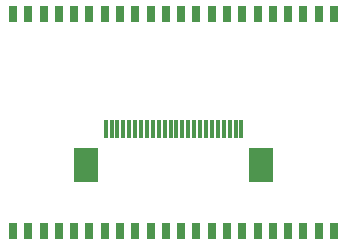
<source format=gts>
G04 #@! TF.GenerationSoftware,KiCad,Pcbnew,(6.0.1)*
G04 #@! TF.CreationDate,2022-03-04T19:07:32+03:00*
G04 #@! TF.ProjectId,EXT_M_V1.1,4558545f-4d5f-4563-912e-312e6b696361,rev?*
G04 #@! TF.SameCoordinates,Original*
G04 #@! TF.FileFunction,Soldermask,Top*
G04 #@! TF.FilePolarity,Negative*
%FSLAX46Y46*%
G04 Gerber Fmt 4.6, Leading zero omitted, Abs format (unit mm)*
G04 Created by KiCad (PCBNEW (6.0.1)) date 2022-03-04 19:07:32*
%MOMM*%
%LPD*%
G01*
G04 APERTURE LIST*
%ADD10R,0.800000X1.400000*%
%ADD11R,0.300000X1.500000*%
%ADD12R,2.000000X3.000000*%
G04 APERTURE END LIST*
D10*
G04 #@! TO.C,J2*
X170959917Y-104300000D03*
X172253641Y-104300000D03*
X173547415Y-104300000D03*
X174841139Y-104300000D03*
X176134913Y-104300000D03*
X177428637Y-104300000D03*
X178722411Y-104300000D03*
X180016135Y-104300000D03*
X181309909Y-104300000D03*
X182603937Y-104300000D03*
X183897966Y-104300000D03*
X185191943Y-104300000D03*
X186485972Y-104300000D03*
X187780000Y-104300000D03*
X189074029Y-104300000D03*
X190368057Y-104300000D03*
X191662085Y-104300000D03*
X192956114Y-104300000D03*
X194250091Y-104300000D03*
X195544120Y-104300000D03*
X196838148Y-104300000D03*
X198132177Y-104300000D03*
G04 #@! TD*
D11*
G04 #@! TO.C,J3*
X178799999Y-95701520D03*
X179300023Y-95701520D03*
X179799997Y-95701520D03*
X180300021Y-95701520D03*
X180799995Y-95701520D03*
X181300019Y-95701520D03*
X181799993Y-95701520D03*
X182300017Y-95701520D03*
X182799991Y-95701520D03*
X183300015Y-95701520D03*
X183799989Y-95701520D03*
X184300013Y-95701520D03*
X184799987Y-95701520D03*
X185300011Y-95701520D03*
X185799985Y-95701520D03*
X186300009Y-95701520D03*
X186799983Y-95701520D03*
X187300007Y-95701520D03*
X187799981Y-95701520D03*
X188300005Y-95701520D03*
X188799979Y-95701520D03*
X189300003Y-95701520D03*
X189800028Y-95701520D03*
X190300052Y-95701520D03*
D12*
X177150015Y-98701514D03*
X191949985Y-98701514D03*
G04 #@! TD*
D10*
G04 #@! TO.C,J1*
X198130083Y-85900000D03*
X196836359Y-85900000D03*
X195542585Y-85900000D03*
X194248861Y-85900000D03*
X192955087Y-85900000D03*
X191661363Y-85900000D03*
X190367589Y-85900000D03*
X189073865Y-85900000D03*
X187780091Y-85900000D03*
X186486063Y-85900000D03*
X185192034Y-85900000D03*
X183898057Y-85900000D03*
X182604028Y-85900000D03*
X181310000Y-85900000D03*
X180015971Y-85900000D03*
X178721943Y-85900000D03*
X177427915Y-85900000D03*
X176133886Y-85900000D03*
X174839909Y-85900000D03*
X173545880Y-85900000D03*
X172251852Y-85900000D03*
X170957823Y-85900000D03*
G04 #@! TD*
M02*

</source>
